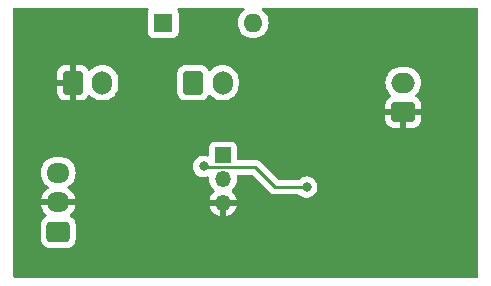
<source format=gbr>
%TF.GenerationSoftware,KiCad,Pcbnew,7.0.8-7.0.8~ubuntu22.04.1*%
%TF.CreationDate,2023-10-16T16:43:54-07:00*%
%TF.ProjectId,SolenoidDriver,536f6c65-6e6f-4696-9444-72697665722e,rev?*%
%TF.SameCoordinates,Original*%
%TF.FileFunction,Copper,L2,Bot*%
%TF.FilePolarity,Positive*%
%FSLAX46Y46*%
G04 Gerber Fmt 4.6, Leading zero omitted, Abs format (unit mm)*
G04 Created by KiCad (PCBNEW 7.0.8-7.0.8~ubuntu22.04.1) date 2023-10-16 16:43:54*
%MOMM*%
%LPD*%
G01*
G04 APERTURE LIST*
G04 Aperture macros list*
%AMRoundRect*
0 Rectangle with rounded corners*
0 $1 Rounding radius*
0 $2 $3 $4 $5 $6 $7 $8 $9 X,Y pos of 4 corners*
0 Add a 4 corners polygon primitive as box body*
4,1,4,$2,$3,$4,$5,$6,$7,$8,$9,$2,$3,0*
0 Add four circle primitives for the rounded corners*
1,1,$1+$1,$2,$3*
1,1,$1+$1,$4,$5*
1,1,$1+$1,$6,$7*
1,1,$1+$1,$8,$9*
0 Add four rect primitives between the rounded corners*
20,1,$1+$1,$2,$3,$4,$5,0*
20,1,$1+$1,$4,$5,$6,$7,0*
20,1,$1+$1,$6,$7,$8,$9,0*
20,1,$1+$1,$8,$9,$2,$3,0*%
G04 Aperture macros list end*
%TA.AperFunction,ComponentPad*%
%ADD10RoundRect,0.250000X0.725000X-0.600000X0.725000X0.600000X-0.725000X0.600000X-0.725000X-0.600000X0*%
%TD*%
%TA.AperFunction,ComponentPad*%
%ADD11O,1.950000X1.700000*%
%TD*%
%TA.AperFunction,ComponentPad*%
%ADD12RoundRect,0.250000X0.750000X-0.600000X0.750000X0.600000X-0.750000X0.600000X-0.750000X-0.600000X0*%
%TD*%
%TA.AperFunction,ComponentPad*%
%ADD13O,2.000000X1.700000*%
%TD*%
%TA.AperFunction,ComponentPad*%
%ADD14RoundRect,0.250000X-0.600000X-0.750000X0.600000X-0.750000X0.600000X0.750000X-0.600000X0.750000X0*%
%TD*%
%TA.AperFunction,ComponentPad*%
%ADD15O,1.700000X2.000000*%
%TD*%
%TA.AperFunction,ComponentPad*%
%ADD16O,1.350000X1.350000*%
%TD*%
%TA.AperFunction,ComponentPad*%
%ADD17R,1.350000X1.350000*%
%TD*%
%TA.AperFunction,ComponentPad*%
%ADD18R,1.600000X1.600000*%
%TD*%
%TA.AperFunction,ComponentPad*%
%ADD19O,1.600000X1.600000*%
%TD*%
%TA.AperFunction,ViaPad*%
%ADD20C,0.800000*%
%TD*%
%TA.AperFunction,Conductor*%
%ADD21C,0.250000*%
%TD*%
G04 APERTURE END LIST*
D10*
%TO.P,J1,1,Pin_1*%
%TO.N,VBUS*%
X96520000Y-47450000D03*
D11*
%TO.P,J1,2,Pin_2*%
%TO.N,GND*%
X96520000Y-44950000D03*
%TO.P,J1,3,Pin_3*%
%TO.N,Net-(J1-Pin_3)*%
X96520000Y-42450000D03*
%TD*%
D12*
%TO.P,J4,1,Pin_1*%
%TO.N,GND*%
X125730000Y-37330000D03*
D13*
%TO.P,J4,2,Pin_2*%
%TO.N,Net-(J4-Pin_2)*%
X125730000Y-34830000D03*
%TD*%
D14*
%TO.P,J3,1,Pin_1*%
%TO.N,GND*%
X97770000Y-34830000D03*
D15*
%TO.P,J3,2,Pin_2*%
%TO.N,+12V*%
X100270000Y-34830000D03*
%TD*%
D14*
%TO.P,J2,1,Pin_1*%
%TO.N,+12V*%
X107950000Y-34830000D03*
D15*
%TO.P,J2,2,Pin_2*%
%TO.N,Net-(D1-A)*%
X110450000Y-34830000D03*
%TD*%
D16*
%TO.P,Q1,3,S*%
%TO.N,GND*%
X110490000Y-44990000D03*
%TO.P,Q1,2,G*%
%TO.N,Net-(J1-Pin_3)*%
X110490000Y-42990000D03*
D17*
%TO.P,Q1,1,D*%
%TO.N,Net-(D1-A)*%
X110490000Y-40990000D03*
%TD*%
D18*
%TO.P,D1,1,K*%
%TO.N,+12V*%
X105410000Y-29750000D03*
D19*
%TO.P,D1,2,A*%
%TO.N,Net-(D1-A)*%
X113030000Y-29750000D03*
%TD*%
D20*
%TO.N,+3.3V*%
X117564500Y-43669549D03*
X108831056Y-41923147D03*
%TO.N,GND*%
X102870000Y-41180000D03*
X121920000Y-38640000D03*
X123190000Y-42450000D03*
X114300000Y-41180000D03*
X116840000Y-47530000D03*
X113030000Y-43720000D03*
X104140000Y-46260000D03*
%TD*%
D21*
%TO.N,+3.3V*%
X108831056Y-41923147D02*
X108897909Y-41990000D01*
X108897909Y-41990000D02*
X113221320Y-41990000D01*
X113221320Y-41990000D02*
X114900869Y-43669549D01*
X114900869Y-43669549D02*
X117564500Y-43669549D01*
%TD*%
%TA.AperFunction,Conductor*%
%TO.N,GND*%
G36*
X104155954Y-28499685D02*
G01*
X104201709Y-28552489D01*
X104211653Y-28621647D01*
X104188181Y-28678312D01*
X104166204Y-28707668D01*
X104166202Y-28707671D01*
X104115908Y-28842517D01*
X104109501Y-28902116D01*
X104109501Y-28902123D01*
X104109500Y-28902135D01*
X104109500Y-30597870D01*
X104109501Y-30597876D01*
X104115908Y-30657483D01*
X104166202Y-30792328D01*
X104166206Y-30792335D01*
X104252452Y-30907544D01*
X104252455Y-30907547D01*
X104367664Y-30993793D01*
X104367671Y-30993797D01*
X104502517Y-31044091D01*
X104502516Y-31044091D01*
X104509444Y-31044835D01*
X104562127Y-31050500D01*
X106257872Y-31050499D01*
X106317483Y-31044091D01*
X106452331Y-30993796D01*
X106567546Y-30907546D01*
X106653796Y-30792331D01*
X106704091Y-30657483D01*
X106710500Y-30597873D01*
X106710499Y-28902128D01*
X106704091Y-28842517D01*
X106669567Y-28749954D01*
X106653797Y-28707671D01*
X106653795Y-28707668D01*
X106631819Y-28678312D01*
X106607401Y-28612848D01*
X106622252Y-28544575D01*
X106671656Y-28495169D01*
X106731085Y-28480000D01*
X112183117Y-28480000D01*
X112250156Y-28499685D01*
X112295911Y-28552489D01*
X112305855Y-28621647D01*
X112276830Y-28685203D01*
X112254240Y-28705575D01*
X112190858Y-28749954D01*
X112029954Y-28910858D01*
X111899432Y-29097265D01*
X111899431Y-29097267D01*
X111803261Y-29303502D01*
X111803258Y-29303511D01*
X111744366Y-29523302D01*
X111744364Y-29523313D01*
X111724532Y-29749998D01*
X111724532Y-29750001D01*
X111744364Y-29976686D01*
X111744366Y-29976697D01*
X111803258Y-30196488D01*
X111803261Y-30196497D01*
X111899431Y-30402732D01*
X111899432Y-30402734D01*
X112029954Y-30589141D01*
X112190858Y-30750045D01*
X112190861Y-30750047D01*
X112377266Y-30880568D01*
X112583504Y-30976739D01*
X112803308Y-31035635D01*
X112965230Y-31049801D01*
X113029998Y-31055468D01*
X113030000Y-31055468D01*
X113030002Y-31055468D01*
X113086807Y-31050498D01*
X113256692Y-31035635D01*
X113476496Y-30976739D01*
X113682734Y-30880568D01*
X113869139Y-30750047D01*
X114030047Y-30589139D01*
X114160568Y-30402734D01*
X114256739Y-30196496D01*
X114315635Y-29976692D01*
X114335468Y-29750000D01*
X114315635Y-29523308D01*
X114256739Y-29303504D01*
X114160568Y-29097266D01*
X114030047Y-28910861D01*
X114030045Y-28910858D01*
X113869141Y-28749954D01*
X113805760Y-28705575D01*
X113762135Y-28650999D01*
X113754941Y-28581501D01*
X113786463Y-28519146D01*
X113846693Y-28483731D01*
X113876883Y-28480000D01*
X131956000Y-28480000D01*
X132023039Y-28499685D01*
X132068794Y-28552489D01*
X132080000Y-28604000D01*
X132080000Y-51216000D01*
X132060315Y-51283039D01*
X132007511Y-51328794D01*
X131956000Y-51340000D01*
X92834000Y-51340000D01*
X92766961Y-51320315D01*
X92721206Y-51267511D01*
X92710000Y-51216000D01*
X92710000Y-42450000D01*
X95039341Y-42450000D01*
X95059936Y-42685403D01*
X95059938Y-42685413D01*
X95121094Y-42913655D01*
X95121096Y-42913659D01*
X95121097Y-42913663D01*
X95171031Y-43020746D01*
X95220964Y-43127828D01*
X95220965Y-43127830D01*
X95356505Y-43321402D01*
X95523597Y-43488494D01*
X95681031Y-43598730D01*
X95724656Y-43653307D01*
X95731850Y-43722805D01*
X95700327Y-43785160D01*
X95681032Y-43801880D01*
X95523922Y-43911890D01*
X95523920Y-43911891D01*
X95356894Y-44078917D01*
X95221399Y-44272421D01*
X95121570Y-44486507D01*
X95121567Y-44486513D01*
X95064364Y-44699999D01*
X95064364Y-44700000D01*
X96116031Y-44700000D01*
X96083481Y-44750649D01*
X96045000Y-44881705D01*
X96045000Y-45018295D01*
X96083481Y-45149351D01*
X96116031Y-45200000D01*
X95064364Y-45200000D01*
X95121567Y-45413486D01*
X95121570Y-45413492D01*
X95221399Y-45627577D01*
X95221400Y-45627579D01*
X95356886Y-45821073D01*
X95504143Y-45968331D01*
X95537627Y-46029654D01*
X95532643Y-46099346D01*
X95490771Y-46155279D01*
X95481558Y-46161550D01*
X95326347Y-46257285D01*
X95326343Y-46257288D01*
X95202289Y-46381342D01*
X95110187Y-46530663D01*
X95110186Y-46530666D01*
X95055001Y-46697203D01*
X95055001Y-46697204D01*
X95055000Y-46697204D01*
X95044500Y-46799983D01*
X95044500Y-48100001D01*
X95044501Y-48100018D01*
X95055000Y-48202796D01*
X95055001Y-48202799D01*
X95110185Y-48369331D01*
X95110186Y-48369334D01*
X95202288Y-48518656D01*
X95326344Y-48642712D01*
X95475666Y-48734814D01*
X95642203Y-48789999D01*
X95744991Y-48800500D01*
X97295008Y-48800499D01*
X97397797Y-48789999D01*
X97564334Y-48734814D01*
X97713656Y-48642712D01*
X97837712Y-48518656D01*
X97929814Y-48369334D01*
X97984999Y-48202797D01*
X97995500Y-48100009D01*
X97995499Y-46799992D01*
X97984999Y-46697203D01*
X97929814Y-46530666D01*
X97837712Y-46381344D01*
X97713656Y-46257288D01*
X97564334Y-46165186D01*
X97558441Y-46161551D01*
X97511717Y-46109603D01*
X97500494Y-46040640D01*
X97528338Y-45976558D01*
X97535857Y-45968331D01*
X97683105Y-45821082D01*
X97818600Y-45627578D01*
X97918429Y-45413492D01*
X97918432Y-45413486D01*
X97975636Y-45200000D01*
X96923969Y-45200000D01*
X96956519Y-45149351D01*
X96995000Y-45018295D01*
X96995000Y-44881705D01*
X96956519Y-44750649D01*
X96923969Y-44700000D01*
X97975636Y-44700000D01*
X97975635Y-44699999D01*
X97918432Y-44486513D01*
X97918429Y-44486507D01*
X97818600Y-44272422D01*
X97818599Y-44272420D01*
X97683113Y-44078926D01*
X97683108Y-44078920D01*
X97516079Y-43911891D01*
X97516073Y-43911886D01*
X97358967Y-43801880D01*
X97315342Y-43747303D01*
X97308148Y-43677805D01*
X97339671Y-43615450D01*
X97358960Y-43598735D01*
X97516401Y-43488495D01*
X97683495Y-43321401D01*
X97819035Y-43127830D01*
X97918903Y-42913663D01*
X97980063Y-42685408D01*
X98000659Y-42450000D01*
X97980063Y-42214592D01*
X97918903Y-41986337D01*
X97889437Y-41923147D01*
X107925596Y-41923147D01*
X107945382Y-42111403D01*
X107945383Y-42111406D01*
X108003874Y-42291424D01*
X108003877Y-42291431D01*
X108098523Y-42455363D01*
X108225185Y-42596035D01*
X108378321Y-42707295D01*
X108378326Y-42707298D01*
X108551248Y-42784289D01*
X108551253Y-42784291D01*
X108736410Y-42823647D01*
X108736411Y-42823647D01*
X108925700Y-42823647D01*
X108925702Y-42823647D01*
X109110859Y-42784291D01*
X109144446Y-42769336D01*
X109213694Y-42760050D01*
X109276972Y-42789677D01*
X109314186Y-42848811D01*
X109318354Y-42894056D01*
X109309464Y-42989998D01*
X109309464Y-42990000D01*
X109329564Y-43206918D01*
X109329564Y-43206920D01*
X109329565Y-43206923D01*
X109362135Y-43321395D01*
X109389184Y-43416462D01*
X109486288Y-43611472D01*
X109617574Y-43785324D01*
X109741944Y-43898701D01*
X109778226Y-43958412D01*
X109776465Y-44028259D01*
X109741944Y-44081975D01*
X109617945Y-44195013D01*
X109486715Y-44368791D01*
X109389651Y-44563719D01*
X109339494Y-44739999D01*
X109339495Y-44740000D01*
X110174314Y-44740000D01*
X110162359Y-44751955D01*
X110104835Y-44864852D01*
X110085014Y-44990000D01*
X110104835Y-45115148D01*
X110162359Y-45228045D01*
X110174314Y-45240000D01*
X109339495Y-45240000D01*
X109389651Y-45416280D01*
X109486715Y-45611208D01*
X109617945Y-45784985D01*
X109778868Y-45931685D01*
X109964012Y-46046322D01*
X109964023Y-46046327D01*
X110167060Y-46124984D01*
X110240000Y-46138619D01*
X110240000Y-45305686D01*
X110251955Y-45317641D01*
X110364852Y-45375165D01*
X110458519Y-45390000D01*
X110521481Y-45390000D01*
X110615148Y-45375165D01*
X110728045Y-45317641D01*
X110740000Y-45305686D01*
X110740000Y-46138619D01*
X110812939Y-46124984D01*
X111015976Y-46046327D01*
X111015987Y-46046322D01*
X111201130Y-45931685D01*
X111201131Y-45931685D01*
X111362054Y-45784985D01*
X111493284Y-45611208D01*
X111590348Y-45416280D01*
X111640505Y-45240000D01*
X110805686Y-45240000D01*
X110817641Y-45228045D01*
X110875165Y-45115148D01*
X110894986Y-44990000D01*
X110875165Y-44864852D01*
X110817641Y-44751955D01*
X110805686Y-44740000D01*
X111640505Y-44740000D01*
X111640505Y-44739999D01*
X111590348Y-44563719D01*
X111493284Y-44368791D01*
X111362056Y-44195017D01*
X111238055Y-44081976D01*
X111201774Y-44022265D01*
X111203534Y-43952417D01*
X111238052Y-43898704D01*
X111362427Y-43785322D01*
X111493712Y-43611472D01*
X111590817Y-43416459D01*
X111650435Y-43206923D01*
X111670536Y-42990000D01*
X111650435Y-42773077D01*
X111649382Y-42767445D01*
X111650587Y-42767219D01*
X111651125Y-42703561D01*
X111689395Y-42645104D01*
X111753194Y-42616617D01*
X111769803Y-42615500D01*
X112910868Y-42615500D01*
X112977907Y-42635185D01*
X112998549Y-42651819D01*
X114400066Y-44053337D01*
X114409891Y-44065600D01*
X114410112Y-44065418D01*
X114415083Y-44071427D01*
X114426316Y-44081975D01*
X114465504Y-44118775D01*
X114486398Y-44139669D01*
X114491880Y-44143922D01*
X114496312Y-44147706D01*
X114530287Y-44179611D01*
X114547845Y-44189263D01*
X114564102Y-44199942D01*
X114579933Y-44212222D01*
X114599606Y-44220735D01*
X114622702Y-44230731D01*
X114627946Y-44233299D01*
X114668777Y-44255746D01*
X114681392Y-44258984D01*
X114688174Y-44260726D01*
X114706588Y-44267030D01*
X114724973Y-44274987D01*
X114771026Y-44282281D01*
X114776695Y-44283455D01*
X114821850Y-44295049D01*
X114841885Y-44295049D01*
X114861282Y-44296575D01*
X114881065Y-44299709D01*
X114927453Y-44295324D01*
X114933291Y-44295049D01*
X116860752Y-44295049D01*
X116927791Y-44314734D01*
X116952900Y-44336075D01*
X116958626Y-44342434D01*
X116958630Y-44342438D01*
X117111765Y-44453697D01*
X117111770Y-44453700D01*
X117284692Y-44530691D01*
X117284697Y-44530693D01*
X117469854Y-44570049D01*
X117469855Y-44570049D01*
X117659144Y-44570049D01*
X117659146Y-44570049D01*
X117844303Y-44530693D01*
X118017230Y-44453700D01*
X118170371Y-44342437D01*
X118297033Y-44201765D01*
X118391679Y-44037833D01*
X118450174Y-43857805D01*
X118469960Y-43669549D01*
X118450174Y-43481293D01*
X118391679Y-43301265D01*
X118297033Y-43137333D01*
X118170371Y-42996661D01*
X118170370Y-42996660D01*
X118017234Y-42885400D01*
X118017229Y-42885397D01*
X117844307Y-42808406D01*
X117844302Y-42808404D01*
X117678096Y-42773077D01*
X117659146Y-42769049D01*
X117469854Y-42769049D01*
X117450904Y-42773077D01*
X117284697Y-42808404D01*
X117284692Y-42808406D01*
X117111770Y-42885397D01*
X117111765Y-42885400D01*
X116958630Y-42996659D01*
X116958626Y-42996663D01*
X116952900Y-43003023D01*
X116893413Y-43039670D01*
X116860752Y-43044049D01*
X115211321Y-43044049D01*
X115144282Y-43024364D01*
X115123640Y-43007730D01*
X113722123Y-41606212D01*
X113712300Y-41593950D01*
X113712079Y-41594134D01*
X113707106Y-41588123D01*
X113696962Y-41578597D01*
X113656684Y-41540773D01*
X113646239Y-41530328D01*
X113635795Y-41519883D01*
X113630306Y-41515625D01*
X113625881Y-41511847D01*
X113591902Y-41479938D01*
X113591900Y-41479936D01*
X113591897Y-41479935D01*
X113574349Y-41470288D01*
X113558083Y-41459604D01*
X113542253Y-41447325D01*
X113499488Y-41428818D01*
X113494242Y-41426248D01*
X113453413Y-41403803D01*
X113453412Y-41403802D01*
X113434013Y-41398822D01*
X113415601Y-41392518D01*
X113397218Y-41384562D01*
X113397212Y-41384560D01*
X113351194Y-41377272D01*
X113345472Y-41376087D01*
X113300341Y-41364500D01*
X113300339Y-41364500D01*
X113280304Y-41364500D01*
X113260906Y-41362973D01*
X113253482Y-41361797D01*
X113241125Y-41359840D01*
X113241124Y-41359840D01*
X113194736Y-41364225D01*
X113188898Y-41364500D01*
X111789500Y-41364500D01*
X111722461Y-41344815D01*
X111676706Y-41292011D01*
X111665500Y-41240500D01*
X111665499Y-40267129D01*
X111665498Y-40267123D01*
X111665497Y-40267116D01*
X111659091Y-40207517D01*
X111608796Y-40072669D01*
X111608795Y-40072668D01*
X111608793Y-40072664D01*
X111522547Y-39957455D01*
X111522544Y-39957452D01*
X111407335Y-39871206D01*
X111407328Y-39871202D01*
X111272482Y-39820908D01*
X111272483Y-39820908D01*
X111212883Y-39814501D01*
X111212881Y-39814500D01*
X111212873Y-39814500D01*
X111212864Y-39814500D01*
X109767129Y-39814500D01*
X109767123Y-39814501D01*
X109707516Y-39820908D01*
X109572671Y-39871202D01*
X109572664Y-39871206D01*
X109457455Y-39957452D01*
X109457452Y-39957455D01*
X109371206Y-40072664D01*
X109371202Y-40072671D01*
X109320908Y-40207517D01*
X109314501Y-40267116D01*
X109314501Y-40267123D01*
X109314500Y-40267135D01*
X109314500Y-40961726D01*
X109294815Y-41028765D01*
X109242011Y-41074520D01*
X109172853Y-41084464D01*
X109140065Y-41075006D01*
X109110858Y-41062002D01*
X108954485Y-41028765D01*
X108925702Y-41022647D01*
X108736410Y-41022647D01*
X108707627Y-41028765D01*
X108551253Y-41062002D01*
X108551248Y-41062004D01*
X108378326Y-41138995D01*
X108378321Y-41138998D01*
X108225185Y-41250258D01*
X108098522Y-41390932D01*
X108003877Y-41554862D01*
X108003874Y-41554869D01*
X107945383Y-41734887D01*
X107945382Y-41734891D01*
X107925596Y-41923147D01*
X97889437Y-41923147D01*
X97819035Y-41772171D01*
X97819034Y-41772169D01*
X97683494Y-41578597D01*
X97516402Y-41411505D01*
X97322830Y-41275965D01*
X97322828Y-41275964D01*
X97215746Y-41226031D01*
X97108663Y-41176097D01*
X97108659Y-41176096D01*
X97108655Y-41176094D01*
X96880413Y-41114938D01*
X96880403Y-41114936D01*
X96703966Y-41099500D01*
X96336034Y-41099500D01*
X96159596Y-41114936D01*
X96159586Y-41114938D01*
X95931344Y-41176094D01*
X95931335Y-41176098D01*
X95717171Y-41275964D01*
X95717169Y-41275965D01*
X95523597Y-41411505D01*
X95356506Y-41578597D01*
X95356501Y-41578604D01*
X95220967Y-41772165D01*
X95220965Y-41772169D01*
X95121098Y-41986335D01*
X95121094Y-41986344D01*
X95059938Y-42214586D01*
X95059936Y-42214596D01*
X95039341Y-42449999D01*
X95039341Y-42450000D01*
X92710000Y-42450000D01*
X92710000Y-34580000D01*
X96420000Y-34580000D01*
X97336314Y-34580000D01*
X97310507Y-34620156D01*
X97270000Y-34758111D01*
X97270000Y-34901889D01*
X97310507Y-35039844D01*
X97336314Y-35080000D01*
X96420001Y-35080000D01*
X96420001Y-35629986D01*
X96430494Y-35732697D01*
X96485641Y-35899119D01*
X96485643Y-35899124D01*
X96577684Y-36048345D01*
X96701654Y-36172315D01*
X96850875Y-36264356D01*
X96850880Y-36264358D01*
X97017302Y-36319505D01*
X97017309Y-36319506D01*
X97120019Y-36329999D01*
X97519999Y-36329999D01*
X97520000Y-36329998D01*
X97520000Y-35265501D01*
X97627685Y-35314680D01*
X97734237Y-35330000D01*
X97805763Y-35330000D01*
X97912315Y-35314680D01*
X98020000Y-35265501D01*
X98020000Y-36329999D01*
X98419972Y-36329999D01*
X98419986Y-36329998D01*
X98522697Y-36319505D01*
X98689119Y-36264358D01*
X98689124Y-36264356D01*
X98838345Y-36172315D01*
X98962315Y-36048345D01*
X99057815Y-35893516D01*
X99109763Y-35846792D01*
X99178726Y-35835569D01*
X99242808Y-35863413D01*
X99251035Y-35870931D01*
X99398599Y-36018495D01*
X99398602Y-36018497D01*
X99398603Y-36018498D01*
X99592165Y-36154032D01*
X99592167Y-36154033D01*
X99592170Y-36154035D01*
X99806337Y-36253903D01*
X99806343Y-36253904D01*
X99806344Y-36253905D01*
X99845356Y-36264358D01*
X100034592Y-36315063D01*
X100211034Y-36330500D01*
X100269999Y-36335659D01*
X100270000Y-36335659D01*
X100270001Y-36335659D01*
X100328966Y-36330500D01*
X100505408Y-36315063D01*
X100733663Y-36253903D01*
X100947829Y-36154035D01*
X101141401Y-36018495D01*
X101308495Y-35851401D01*
X101444035Y-35657829D01*
X101457012Y-35630001D01*
X106599500Y-35630001D01*
X106599501Y-35630018D01*
X106610000Y-35732796D01*
X106610001Y-35732799D01*
X106654967Y-35868495D01*
X106665186Y-35899334D01*
X106757288Y-36048656D01*
X106881344Y-36172712D01*
X107030666Y-36264814D01*
X107197203Y-36319999D01*
X107299991Y-36330500D01*
X108600008Y-36330499D01*
X108702797Y-36319999D01*
X108869334Y-36264814D01*
X109018656Y-36172712D01*
X109142712Y-36048656D01*
X109234814Y-35899334D01*
X109234814Y-35899331D01*
X109238178Y-35893879D01*
X109290126Y-35847154D01*
X109359088Y-35835931D01*
X109423170Y-35863774D01*
X109431398Y-35871294D01*
X109578599Y-36018495D01*
X109621675Y-36048657D01*
X109772165Y-36154032D01*
X109772167Y-36154033D01*
X109772170Y-36154035D01*
X109986337Y-36253903D01*
X109986343Y-36253904D01*
X109986344Y-36253905D01*
X110025356Y-36264358D01*
X110214592Y-36315063D01*
X110391034Y-36330500D01*
X110449999Y-36335659D01*
X110450000Y-36335659D01*
X110450001Y-36335659D01*
X110508966Y-36330500D01*
X110685408Y-36315063D01*
X110913663Y-36253903D01*
X111127829Y-36154035D01*
X111321401Y-36018495D01*
X111488495Y-35851401D01*
X111624035Y-35657829D01*
X111723903Y-35443663D01*
X111785063Y-35215408D01*
X111800500Y-35038966D01*
X111800500Y-34830000D01*
X124224341Y-34830000D01*
X124244936Y-35065403D01*
X124244938Y-35065413D01*
X124306094Y-35293655D01*
X124306096Y-35293659D01*
X124306097Y-35293663D01*
X124356031Y-35400746D01*
X124405964Y-35507828D01*
X124405965Y-35507830D01*
X124541505Y-35701402D01*
X124689067Y-35848964D01*
X124722552Y-35910287D01*
X124717568Y-35979979D01*
X124675696Y-36035912D01*
X124666483Y-36042183D01*
X124511659Y-36137680D01*
X124511655Y-36137683D01*
X124387684Y-36261654D01*
X124295643Y-36410875D01*
X124295641Y-36410880D01*
X124240494Y-36577302D01*
X124240493Y-36577309D01*
X124230000Y-36680013D01*
X124230000Y-37080000D01*
X125296314Y-37080000D01*
X125270507Y-37120156D01*
X125230000Y-37258111D01*
X125230000Y-37401889D01*
X125270507Y-37539844D01*
X125296314Y-37580000D01*
X124230001Y-37580000D01*
X124230001Y-37979986D01*
X124240494Y-38082697D01*
X124295641Y-38249119D01*
X124295643Y-38249124D01*
X124387684Y-38398345D01*
X124511654Y-38522315D01*
X124660875Y-38614356D01*
X124660880Y-38614358D01*
X124827302Y-38669505D01*
X124827309Y-38669506D01*
X124930019Y-38679999D01*
X125479999Y-38679999D01*
X125480000Y-38679998D01*
X125480000Y-37765501D01*
X125587685Y-37814680D01*
X125694237Y-37830000D01*
X125765763Y-37830000D01*
X125872315Y-37814680D01*
X125980000Y-37765501D01*
X125980000Y-38679999D01*
X126529972Y-38679999D01*
X126529986Y-38679998D01*
X126632697Y-38669505D01*
X126799119Y-38614358D01*
X126799124Y-38614356D01*
X126948345Y-38522315D01*
X127072315Y-38398345D01*
X127164356Y-38249124D01*
X127164358Y-38249119D01*
X127219505Y-38082697D01*
X127219506Y-38082690D01*
X127229999Y-37979986D01*
X127230000Y-37979973D01*
X127230000Y-37580000D01*
X126163686Y-37580000D01*
X126189493Y-37539844D01*
X126230000Y-37401889D01*
X126230000Y-37258111D01*
X126189493Y-37120156D01*
X126163686Y-37080000D01*
X127229999Y-37080000D01*
X127229999Y-36680028D01*
X127229998Y-36680013D01*
X127219505Y-36577302D01*
X127164358Y-36410880D01*
X127164356Y-36410875D01*
X127072315Y-36261654D01*
X126948344Y-36137683D01*
X126948340Y-36137680D01*
X126793516Y-36042183D01*
X126746791Y-35990235D01*
X126735570Y-35921273D01*
X126763413Y-35857191D01*
X126770932Y-35848964D01*
X126784327Y-35835569D01*
X126918495Y-35701401D01*
X127054035Y-35507830D01*
X127153903Y-35293663D01*
X127215063Y-35065408D01*
X127235659Y-34830000D01*
X127215063Y-34594592D01*
X127153903Y-34366337D01*
X127054035Y-34152171D01*
X127054034Y-34152169D01*
X126918494Y-33958597D01*
X126751402Y-33791505D01*
X126557830Y-33655965D01*
X126557828Y-33655964D01*
X126450746Y-33606031D01*
X126343663Y-33556097D01*
X126343659Y-33556096D01*
X126343655Y-33556094D01*
X126115413Y-33494938D01*
X126115403Y-33494936D01*
X125938966Y-33479500D01*
X125521034Y-33479500D01*
X125344596Y-33494936D01*
X125344586Y-33494938D01*
X125116344Y-33556094D01*
X125116335Y-33556098D01*
X124902171Y-33655964D01*
X124902169Y-33655965D01*
X124708597Y-33791505D01*
X124541506Y-33958597D01*
X124541501Y-33958604D01*
X124405967Y-34152165D01*
X124405965Y-34152169D01*
X124306098Y-34366335D01*
X124306094Y-34366344D01*
X124244938Y-34594586D01*
X124244936Y-34594596D01*
X124224341Y-34829999D01*
X124224341Y-34830000D01*
X111800500Y-34830000D01*
X111800500Y-34621034D01*
X111785063Y-34444592D01*
X111723903Y-34216337D01*
X111624035Y-34002171D01*
X111605105Y-33975135D01*
X111488494Y-33808597D01*
X111321402Y-33641506D01*
X111321395Y-33641501D01*
X111127834Y-33505967D01*
X111127830Y-33505965D01*
X111127828Y-33505964D01*
X110913663Y-33406097D01*
X110913659Y-33406096D01*
X110913655Y-33406094D01*
X110685413Y-33344938D01*
X110685403Y-33344936D01*
X110450001Y-33324341D01*
X110449999Y-33324341D01*
X110214596Y-33344936D01*
X110214586Y-33344938D01*
X109986344Y-33406094D01*
X109986335Y-33406098D01*
X109772171Y-33505964D01*
X109772169Y-33505965D01*
X109578597Y-33641505D01*
X109431398Y-33788705D01*
X109370075Y-33822190D01*
X109300383Y-33817206D01*
X109244450Y-33775334D01*
X109238178Y-33766120D01*
X109142712Y-33611344D01*
X109018657Y-33487289D01*
X109018656Y-33487288D01*
X108925888Y-33430069D01*
X108869336Y-33395187D01*
X108869331Y-33395185D01*
X108867862Y-33394698D01*
X108702797Y-33340001D01*
X108702795Y-33340000D01*
X108600010Y-33329500D01*
X107299998Y-33329500D01*
X107299981Y-33329501D01*
X107197203Y-33340000D01*
X107197200Y-33340001D01*
X107030668Y-33395185D01*
X107030663Y-33395187D01*
X106881342Y-33487289D01*
X106757289Y-33611342D01*
X106665187Y-33760663D01*
X106665185Y-33760668D01*
X106646450Y-33817206D01*
X106610001Y-33927203D01*
X106610001Y-33927204D01*
X106610000Y-33927204D01*
X106599500Y-34029983D01*
X106599500Y-35630001D01*
X101457012Y-35630001D01*
X101543903Y-35443663D01*
X101605063Y-35215408D01*
X101620500Y-35038966D01*
X101620500Y-34621034D01*
X101605063Y-34444592D01*
X101543903Y-34216337D01*
X101444035Y-34002171D01*
X101425105Y-33975135D01*
X101308494Y-33808597D01*
X101141402Y-33641506D01*
X101141395Y-33641501D01*
X100947834Y-33505967D01*
X100947830Y-33505965D01*
X100947828Y-33505964D01*
X100733663Y-33406097D01*
X100733659Y-33406096D01*
X100733655Y-33406094D01*
X100505413Y-33344938D01*
X100505403Y-33344936D01*
X100270001Y-33324341D01*
X100269999Y-33324341D01*
X100034596Y-33344936D01*
X100034586Y-33344938D01*
X99806344Y-33406094D01*
X99806335Y-33406098D01*
X99592171Y-33505964D01*
X99592169Y-33505965D01*
X99398597Y-33641505D01*
X99251035Y-33789068D01*
X99189712Y-33822553D01*
X99120020Y-33817569D01*
X99064087Y-33775697D01*
X99057815Y-33766484D01*
X98962315Y-33611654D01*
X98838345Y-33487684D01*
X98689124Y-33395643D01*
X98689119Y-33395641D01*
X98522697Y-33340494D01*
X98522690Y-33340493D01*
X98419986Y-33330000D01*
X98020000Y-33330000D01*
X98020000Y-34394498D01*
X97912315Y-34345320D01*
X97805763Y-34330000D01*
X97734237Y-34330000D01*
X97627685Y-34345320D01*
X97520000Y-34394498D01*
X97520000Y-33330000D01*
X97120028Y-33330000D01*
X97120012Y-33330001D01*
X97017302Y-33340494D01*
X96850880Y-33395641D01*
X96850875Y-33395643D01*
X96701654Y-33487684D01*
X96577684Y-33611654D01*
X96485643Y-33760875D01*
X96485641Y-33760880D01*
X96430494Y-33927302D01*
X96430493Y-33927309D01*
X96420000Y-34030013D01*
X96420000Y-34580000D01*
X92710000Y-34580000D01*
X92710000Y-28604000D01*
X92729685Y-28536961D01*
X92782489Y-28491206D01*
X92834000Y-28480000D01*
X104088915Y-28480000D01*
X104155954Y-28499685D01*
G37*
%TD.AperFunction*%
%TD*%
M02*

</source>
